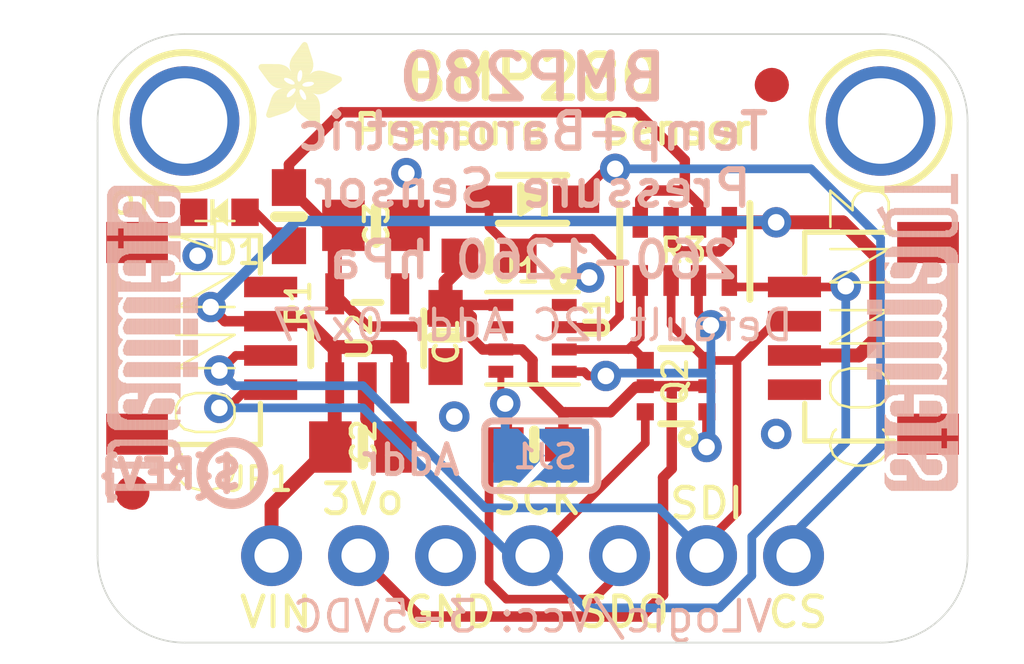
<source format=kicad_pcb>
(kicad_pcb (version 20221018) (generator pcbnew)
  (layers (0 "F.Cu" signal) (31 "B.Cu" signal) (34 "B.Paste" user) (35 "F.Paste" user) (36 "B.SilkS" user "B.Silkscreen") (37 "F.SilkS" user "F.Silkscreen") (38 "B.Mask" user) (39 "F.Mask" user) (44 "Edge.Cuts" user))
  (net 0 "")
  (net 1 "GND")
  (net 2 "3.3V")
  (net 3 "VCC")
  (net 4 "N$1")
  (net 5 "SDI_3V")
  (net 6 "SCK_3V")
  (net 7 "CS_3V")
  (net 8 "SDO/ADR")
  (net 9 "SDI/SDA")
  (net 10 "SCK/SCL")
  (net 11 "CS")
  (footprint "Adafruit BMP280 STEMMA QT:" (layer "F.Cu") (at 138.3411 111.3536)
    (fp_text reference "@HOLE0" hide)
    (fp_text value "" (at 0 0) (layer "F.SilkS") (effects (font (size 1.27 1.27))))
    (pad "" np_thru_hole circle (at 0 0) (size 2.54 2.54) (drill 2.54) (layers "*.Cu" "*.Mask"))
  )
  (footprint "Adafruit BMP280 STEMMA QT:RESPACK_4X0603" (layer "F.Cu") (at 152.9461 102.4636 180)
    (fp_text reference "R3" (at -0.711 0.432) (layer "F.SilkS") (effects (font (size 0.692831 0.692831) (thickness 0.119969)) (justify right top)))
    (fp_text value "10K")
    (pad "1" smd rect (at -1.3 0.85 180) (size 0.45 0.9) (layers "F.Cu" "F.Paste" "F.Mask") (net 3 "VCC"))
    (pad "2" smd rect (at -0.4 0.85 180) (size 0.45 0.9) (layers "F.Cu" "F.Paste" "F.Mask") (net 2 "3.3V"))
    (pad "3" smd rect (at 0.4 0.85 180) (size 0.45 0.9) (layers "F.Cu" "F.Paste" "F.Mask") (net 3 "VCC"))
    (pad "4" smd rect (at 1.3 0.85 180) (size 0.45 0.9) (layers "F.Cu" "F.Paste" "F.Mask") (net 2 "3.3V"))
    (pad "5" smd rect (at 1.3 -0.85 180) (size 0.45 0.9) (layers "F.Cu" "F.Paste" "F.Mask") (net 5 "SDI_3V"))
    (pad "6" smd rect (at 0.4 -0.85 180) (size 0.45 0.9) (layers "F.Cu" "F.Paste" "F.Mask") (net 9 "SDI/SDA"))
    (pad "7" smd rect (at -0.4 -0.85 180) (size 0.45 0.9) (layers "F.Cu" "F.Paste" "F.Mask") (net 6 "SCK_3V"))
    (pad "8" smd rect (at -1.3 -0.85 180) (size 0.45 0.9) (layers "F.Cu" "F.Paste" "F.Mask") (net 10 "SCK/SCL"))
  )
  (footprint "Adafruit BMP280 STEMMA QT:0603-NO" (layer "F.Cu") (at 147.2311 102.5906 180)
    (fp_text reference "R5" hide)
    (fp_text value "10K")
    (pad "1" smd rect (at -0.85 0 180) (size 1.075 1) (layers "F.Cu" "F.Paste" "F.Mask") (net 7 "CS_3V"))
    (pad "2" smd rect (at 0.85 0 180) (size 1.075 1) (layers "F.Cu" "F.Paste" "F.Mask") (net 2 "3.3V"))
  )
  (footprint "Adafruit BMP280 STEMMA QT:SOD-323" (layer "F.Cu") (at 148.5011 100.9396 180)
    (fp_text reference "D2" hide)
    (fp_text value "1N4148")
    (pad "A" smd rect (at 1.27 0 180) (size 1.35 0.8) (layers "F.Cu" "F.Paste" "F.Mask") (net 7 "CS_3V"))
    (pad "C" smd rect (at -1.27 0 180) (size 1.35 0.8) (layers "F.Cu" "F.Paste" "F.Mask") (net 11 "CS"))
  )
  (footprint "Adafruit BMP280 STEMMA QT:0805-NO" (layer "F.Cu") (at 143.9291 101.7016)
    (fp_text reference "C3" (at -0.381 -0.762 90) (layer "F.SilkS") (effects (font (size 0.692831 0.692831) (thickness 0.119969)) (justify right top)))
    (fp_text value "10uF")
    (pad "1" smd rect (at -0.95 0) (size 1.24 1.5) (layers "F.Cu" "F.Paste" "F.Mask") (net 2 "3.3V"))
    (pad "2" smd rect (at 0.95 0) (size 1.24 1.5) (layers "F.Cu" "F.Paste" "F.Mask") (net 1 "GND"))
  )
  (footprint "Adafruit BMP280 STEMMA QT:MOUNTINGHOLE_2.5_PLATED" (layer "F.Cu") (at 158.6611 98.6536)
    (fp_text reference "U$17" hide)
    (fp_text value "MOUNTINGHOLE2.5" hide)
    (pad "P$1" thru_hole circle (at 0 0) (size 3.2 3.2) (drill 2.5) (layers "*.Cu" "*.Mask"))
  )
  (footprint "Adafruit BMP280 STEMMA QT:1X07_ROUND_70" (layer "F.Cu") (at 148.5011 111.3536)
    (fp_text reference "JP1" (at -8.9662 -1.8288) (layer "F.SilkS") (effects (font (size 0.692831 0.692831) (thickness 0.119969)) (justify left bottom)))
    (fp_text value "")
    (pad "1" thru_hole circle (at -7.62 0 90) (size 1.778 1.778) (drill 1) (layers "*.Cu" "*.Mask") (net 3 "VCC"))
    (pad "2" thru_hole circle (at -5.08 0 90) (size 1.778 1.778) (drill 1) (layers "*.Cu" "*.Mask") (net 2 "3.3V"))
    (pad "3" thru_hole circle (at -2.54 0 90) (size 1.778 1.778) (drill 1) (layers "*.Cu" "*.Mask") (net 1 "GND"))
    (pad "4" thru_hole circle (at 0 0 90) (size 1.778 1.778) (drill 1) (layers "*.Cu" "*.Mask") (net 10 "SCK/SCL"))
    (pad "5" thru_hole circle (at 2.54 0 90) (size 1.778 1.778) (drill 1) (layers "*.Cu" "*.Mask") (net 8 "SDO/ADR"))
    (pad "6" thru_hole circle (at 5.08 0 90) (size 1.778 1.778) (drill 1) (layers "*.Cu" "*.Mask") (net 9 "SDI/SDA"))
    (pad "7" thru_hole circle (at 7.62 0 90) (size 1.778 1.778) (drill 1) (layers "*.Cu" "*.Mask") (net 11 "CS"))
  )
  (footprint "Adafruit BMP280 STEMMA QT:JST_SH4" (layer "F.Cu") (at 158.6611 105.0036 90)
    (fp_text reference "CONN3" (at -4.092 0.45 90) (layer "F.SilkS") (effects (font (size 1.703222 1.703222) (thickness 0.074778)) (justify left bottom)))
    (fp_text value "STEMMA_I2C_QT" hide)
    (pad "1" smd rect (at -1.5 -2.514 180) (size 1.55 0.6) (layers "F.Cu" "F.Paste" "F.Mask") (net 1 "GND"))
    (pad "2" smd rect (at -0.5 -2.514 180) (size 1.55 0.6) (layers "F.Cu" "F.Paste" "F.Mask") (net 3 "VCC"))
    (pad "3" smd rect (at 0.5 -2.514 180) (size 1.55 0.6) (layers "F.Cu" "F.Paste" "F.Mask") (net 9 "SDI/SDA"))
    (pad "4" smd rect (at 1.5 -2.514 180) (size 1.55 0.6) (layers "F.Cu" "F.Paste" "F.Mask") (net 10 "SCK/SCL"))
    (pad "MT1" smd rect (at -2.8 1.386 180) (size 1.8 1.2) (layers "F.Cu" "F.Paste" "F.Mask"))
    (pad "MT2" smd rect (at 2.8 1.386 180) (size 1.8 1.2) (layers "F.Cu" "F.Paste" "F.Mask"))
  )
  (footprint "Adafruit BMP280 STEMMA QT:0603-NO" (layer "F.Cu") (at 145.9611 104.9782 -90)
    (fp_text reference "C1" (at -0.635 0.381 90) (layer "F.SilkS") (effects (font (size 0.692831 0.692831) (thickness 0.119969)) (justify right top)))
    (fp_text value "0.1uF")
    (pad "1" smd rect (at -0.85 0 270) (size 1.075 1) (layers "F.Cu" "F.Paste" "F.Mask") (net 2 "3.3V"))
    (pad "2" smd rect (at 0.85 0 270) (size 1.075 1) (layers "F.Cu" "F.Paste" "F.Mask") (net 1 "GND"))
  )
  (footprint "Adafruit BMP280 STEMMA QT:CHIPLED_0603_NOOUTLINE" (layer "F.Cu") (at 139.3571 101.3206 90)
    (fp_text reference "D1" (at -0.762 1.27) (layer "F.SilkS") (effects (font (size 0.692831 0.692831) (thickness 0.119969)) (justify right top)))
    (fp_text value "GREEN")
    (pad "A" smd rect (at 0 0.75 90) (size 0.8 0.8) (layers "F.Cu" "F.Paste" "F.Mask") (net 4 "N$1"))
    (pad "C" smd rect (at 0 -0.75 90) (size 0.8 0.8) (layers "F.Cu" "F.Paste" "F.Mask") (net 1 "GND"))
  )
  (footprint "Adafruit BMP280 STEMMA QT:0603-NO" (layer "F.Cu") (at 148.5519 108.1024)
    (fp_text reference "R4" hide)
    (fp_text value "10K")
    (pad "1" smd rect (at -0.85 0) (size 1.075 1) (layers "F.Cu" "F.Paste" "F.Mask") (net 8 "SDO/ADR"))
    (pad "2" smd rect (at 0.85 0) (size 1.075 1) (layers "F.Cu" "F.Paste" "F.Mask") (net 2 "3.3V"))
  )
  (footprint "Adafruit BMP280 STEMMA QT:SOT23-5" (layer "F.Cu") (at 143.6751 105.0036)
    (fp_text reference "U2" (at -0.635 -0.816 90) (layer "F.SilkS") (effects (font (size 0.692831 0.692831) (thickness 0.119969)) (justify right top)))
    (fp_text value "AP2112K-3.3")
    (pad "1" smd rect (at -0.95 1.3001) (size 0.55 1.2) (layers "F.Cu" "F.Paste" "F.Mask") (net 3 "VCC"))
    (pad "2" smd rect (at 0 1.3001) (size 0.55 1.2) (layers "F.Cu" "F.Paste" "F.Mask") (net 1 "GND"))
    (pad "3" smd rect (at 0.95 1.3001) (size 0.55 1.2) (layers "F.Cu" "F.Paste" "F.Mask") (net 3 "VCC"))
    (pad "4" smd rect (at 0.95 -1.3001) (size 0.55 1.2) (layers "F.Cu" "F.Paste" "F.Mask"))
    (pad "5" smd rect (at -0.95 -1.3001) (size 0.55 1.2) (layers "F.Cu" "F.Paste" "F.Mask") (net 2 "3.3V"))
  )
  (footprint "Adafruit BMP280 STEMMA QT:FIDUCIAL_1MM" (layer "F.Cu") (at 136.8171 109.5121)
    (fp_text reference "FID3" hide)
    (fp_text value "FIDUCIAL_1MM" hide)
    (pad "1" smd roundrect (at 0 0) (size 1 1) (layers "F.Cu" "F.Mask") (roundrect_rratio 0.5))
  )
  (footprint "Adafruit BMP280 STEMMA QT:MOUNTINGHOLE_2.5_PLATED" (layer "F.Cu") (at 138.3411 98.6536)
    (fp_text reference "U$1" hide)
    (fp_text value "MOUNTINGHOLE2.5" hide)
    (pad "P$1" thru_hole circle (at 0 0) (size 3.2 3.2) (drill 2.5) (layers "*.Cu" "*.Mask"))
  )
  (footprint "Adafruit BMP280 STEMMA QT:BMX280_COMBO" (layer "F.Cu") (at 148.5011 105.0036)
    (fp_text reference "U1" (at -1.26 -1.568) (layer "F.SilkS") (effects (font (size 0.692831 0.692831) (thickness 0.119969)) (justify left bottom)))
    (fp_text value "")
    (fp_text user "${REFERENCE}" (at 1.498 -1.39 90) (layer "F.SilkS") (effects (font (size 0.666496 0.666496) (thickness 0.146304)) (justify right top)))
    (pad "1" smd rect (at 0.925 -0.975) (size 0.725 0.35) (layers "F.Cu" "F.Paste" "F.Mask") (net 1 "GND"))
    (pad "2" smd rect (at 0.925 -0.325) (size 0.725 0.35) (layers "F.Cu" "F.Paste" "F.Mask") (net 7 "CS_3V"))
    (pad "3" smd rect (at 0.925 0.325) (size 0.725 0.35) (layers "F.Cu" "F.Paste" "F.Mask") (net 5 "SDI_3V"))
    (pad "4" smd rect (at 0.925 0.975) (size 0.725 0.35) (layers "F.Cu" "F.Paste" "F.Mask") (net 6 "SCK_3V"))
    (pad "5" smd rect (at -0.925 0.975) (size 0.725 0.35) (layers "F.Cu" "F.Paste" "F.Mask") (net 8 "SDO/ADR"))
    (pad "6" smd rect (at -0.925 0.325) (size 0.725 0.35) (layers "F.Cu" "F.Paste" "F.Mask") (net 2 "3.3V"))
    (pad "7" smd rect (at -0.925 -0.325) (size 0.725 0.35) (layers "F.Cu" "F.Paste" "F.Mask") (net 1 "GND"))
    (pad "8" smd rect (at -0.925 -0.975) (size 0.725 0.35) (layers "F.Cu" "F.Paste" "F.Mask") (net 2 "3.3V"))
  )
  (footprint "Adafruit BMP280 STEMMA QT:0603-NO" (layer "F.Cu") (at 141.3891 101.4476 -90)
    (fp_text reference "R1" (at 1.778 0.127 90) (layer "F.SilkS") (effects (font (size 0.692831 0.692831) (thickness 0.119969)) (justify right top)))
    (fp_text value "10K")
    (pad "1" smd rect (at -0.85 0 270) (size 1.075 1) (layers "F.Cu" "F.Paste" "F.Mask") (net 2 "3.3V"))
    (pad "2" smd rect (at 0.85 0 270) (size 1.075 1) (layers "F.Cu" "F.Paste" "F.Mask") (net 4 "N$1"))
  )
  (footprint "Adafruit BMP280 STEMMA QT:0805-NO" (layer "F.Cu") (at 143.5481 108.1786)
    (fp_text reference "C2" (at -0.381 -0.889 90) (layer "F.SilkS") (effects (font (size 0.692831 0.692831) (thickness 0.119969)) (justify right top)))
    (fp_text value "10uF")
    (pad "1" smd rect (at -0.95 0) (size 1.24 1.5) (layers "F.Cu" "F.Paste" "F.Mask") (net 3 "VCC"))
    (pad "2" smd rect (at 0.95 0) (size 1.24 1.5) (layers "F.Cu" "F.Paste" "F.Mask") (net 1 "GND"))
  )
  (footprint "Adafruit BMP280 STEMMA QT:SOT363" (layer "F.Cu") (at 152.6921 106.4006 90)
    (fp_text reference "Q2" (at -0.635 0.381 90) (layer "F.SilkS") (effects (font (size 0.692831 0.692831) (thickness 0.119969)) (justify left bottom)))
    (fp_text value "BSS138")
    (pad "1" smd rect (at -0.75 0.9 90) (size 0.5 0.5) (layers "F.Cu" "F.Paste" "F.Mask") (net 6 "SCK_3V"))
    (pad "2" smd rect (at 0 0.9 90) (size 0.4 0.5) (layers "F.Cu" "F.Paste" "F.Mask") (net 2 "3.3V"))
    (pad "3" smd rect (at 0.75 0.9 90) (size 0.5 0.5) (layers "F.Cu" "F.Paste" "F.Mask") (net 9 "SDI/SDA"))
    (pad "4" smd rect (at 0.75 -0.9 90) (size 0.5 0.5) (layers "F.Cu" "F.Paste" "F.Mask") (net 5 "SDI_3V"))
    (pad "5" smd rect (at 0 -0.9 90) (size 0.4 0.5) (layers "F.Cu" "F.Paste" "F.Mask") (net 2 "3.3V"))
    (pad "6" smd rect (at -0.75 -0.9 90) (size 0.5 0.5) (layers "F.Cu" "F.Paste" "F.Mask") (net 10 "SCK/SCL"))
  )
  (footprint "Adafruit BMP280 STEMMA QT:" (layer "F.Cu") (at 158.6611 111.3536)
    (fp_text reference "@HOLE1" hide)
    (fp_text value "" (at 0 0) (layer "F.SilkS") (effects (font (size 1.27 1.27))))
    (pad "" np_thru_hole circle (at 0 0) (size 2.54 2.54) (drill 2.54) (layers "*.Cu" "*.Mask"))
  )
  (footprint "Adafruit BMP280 STEMMA QT:JST_SH4" (layer "F.Cu") (at 138.3411 105.0036 -90)
    (fp_text reference "CONN4" (at -3.965 0.323 90) (layer "F.SilkS") (effects (font (size 1.703222 1.703222) (thickness 0.074778)) (justify right top)))
    (fp_text value "STEMMA_I2C_QT" hide)
    (pad "1" smd rect (at -1.5 -2.514) (size 1.55 0.6) (layers "F.Cu" "F.Paste" "F.Mask") (net 1 "GND"))
    (pad "2" smd rect (at -0.5 -2.514) (size 1.55 0.6) (layers "F.Cu" "F.Paste" "F.Mask") (net 3 "VCC"))
    (pad "3" smd rect (at 0.5 -2.514) (size 1.55 0.6) (layers "F.Cu" "F.Paste" "F.Mask") (net 9 "SDI/SDA"))
    (pad "4" smd rect (at 1.5 -2.514) (size 1.55 0.6) (layers "F.Cu" "F.Paste" "F.Mask") (net 10 "SCK/SCL"))
    (pad "MT1" smd rect (at -2.8 1.386) (size 1.8 1.2) (layers "F.Cu" "F.Paste" "F.Mask"))
    (pad "MT2" smd rect (at 2.8 1.386) (size 1.8 1.2) (layers "F.Cu" "F.Paste" "F.Mask"))
  )
  (footprint "Adafruit BMP280 STEMMA QT:ADAFRUIT_2.5MM" (layer "F.Cu") (at 140.5001 98.7806)
    (fp_text reference "U$4" hide)
    (fp_text value "" hide)
  )
  (footprint "Adafruit BMP280 STEMMA QT:FIDUCIAL_1MM" (layer "F.Cu") (at 155.4861 97.5995)
    (fp_text reference "FID4" hide)
    (fp_text value "FIDUCIAL_1MM" hide)
    (pad "1" smd roundrect (at 0 0) (size 1 1) (layers "F.Cu" "F.Mask") (roundrect_rratio 0.5))
  )
  (footprint "Adafruit BMP280 STEMMA QT:STEMMAQT" (layer "B.Cu") (at 138.7221 100.5586 -90)
    (fp_text reference "U$31" hide)
    (fp_text value "" hide)
  )
  (footprint "Adafruit BMP280 STEMMA QT:STEMMAQT" (layer "B.Cu") (at 158.2801 109.4486 90)
    (fp_text reference "U$30" hide)
    (fp_text value "" hide)
  )
  (footprint "Adafruit BMP280 STEMMA QT:PCBFEAT-REV-040" (layer "B.Cu") (at 139.7381 108.9406 180)
    (fp_text reference "U$25" hide)
    (fp_text value "" hide)
    (fp_text user "${REV}" (at -0.3556 -0.508) (layer "B.SilkS") (effects (font (size 0.8128 0.8128) (thickness 0.2032)) (justify left bottom mirror)))
  )
  (footprint "Adafruit BMP280 STEMMA QT:SOLDERJUMPER_ARROW_NOPASTE" (layer "B.Cu") (at 148.7551 108.4326)
    (fp_text reference "SJ1" (at -0.889 -0.381) (layer "B.SilkS") (effects (font (size 0.692831 0.692831) (thickness 0.119969)) (justify right top mirror)))
    (fp_text value "")
    (fp_poly (pts (xy 0.106121 -0.002663) (xy -0.679416 -0.7882) (xy -1.3946 -0.7882) (xy -1.3946 0.7882) (xy -0.62715 0.7882)) (fill solid) (layer "B.Cu"))
    (fp_poly (pts (xy 1.3946 -0.7882) (xy -0.315893 -0.7882) (xy 0.443148 0) (xy -0.315893 0.7882) (xy 1.3946 0.7882)) (fill solid) (layer "B.Cu"))
    (pad "1" smd roundrect (at -1.016 0) (size 0.762 1.524) (layers "B.Cu") (net 8 "SDO/ADR"))
    (pad "2" smd roundrect (at 1.016 0) (size 0.762 1.524) (layers "B.Cu") (net 1 "GND"))
  )
  (gr_arc (start 161.2011 111.3536) (mid 160.457151 113.149651) (end 158.6611 113.8936) (stroke (width 0.05)) (layer "Edge.Cuts"))
  (gr_arc (start 138.3411 113.8936) (mid 136.545049 113.149651) (end 135.8011 111.3536) (stroke (width 0.05)) (layer "Edge.Cuts"))
  (gr_line (start 135.8011 98.6536) (end 135.8011 111.3536) (stroke (width 0.05)) (layer "Edge.Cuts"))
  (gr_line (start 158.6611 96.1136) (end 138.3411 96.1136) (stroke (width 0.05)) (layer "Edge.Cuts"))
  (gr_line (start 161.2011 111.3536) (end 161.2011 98.6536) (stroke (width 0.05)) (layer "Edge.Cuts"))
  (gr_arc (start 135.8011 98.6536) (mid 136.545049 96.857549) (end 138.3411 96.1136) (stroke (width 0.05)) (layer "Edge.Cuts"))
  (gr_arc (start 158.6611 96.1136) (mid 160.457151 96.857549) (end 161.2011 98.6536) (stroke (width 0.05)) (layer "Edge.Cuts"))
  (gr_line (start 138.3411 113.8936) (end 158.6611 113.8936) (stroke (width 0.05)) (layer "Edge.Cuts"))
  (gr_text "Temp+Barometric\nPressure Sensor" (at 148.5011 99.7966) (layer "B.SilkS") (effects (font (size 1.03632 1.03632) (thickness 0.18288)) (justify mirror)))
  (gr_text "BMP280" (at 148.5011 97.3836) (layer "B.SilkS") (effects (font (size 1.2954 1.2954) (thickness 0.2286)) (justify mirror)))
  (gr_text "VLogic/Vcc: 3-5VDC" (at 148.5011 113.1316) (layer "B.SilkS") (effects (font (size 0.89408 0.89408) (thickness 0.12192)) (justify mirror)))
  (gr_text "Addr" (at 144.9451 108.5596) (layer "B.SilkS") (effects (font (size 0.8636 0.8636) (thickness 0.1524)) (justify mirror)))
  (gr_text "260-1260 hPa" (at 148.5011 102.7176) (layer "B.SilkS") (effects (font (size 1.03632 1.03632) (thickness 0.18288)) (justify mirror)))
  (gr_text "Default I2C Addr 0x77" (at 148.5011 104.6226) (layer "B.SilkS") (effects (font (size 0.89408 0.89408) (thickness 0.12192)) (justify mirror)))
  (gr_text "SDI" (at 153.5811 109.8296) (layer "F.SilkS") (effects (font (size 0.87376 0.87376) (thickness 0.14224))))
  (gr_text "on" (at 136.0551 101.4476) (layer "F.SilkS") (effects (font (size 0.89408 0.89408) (thickness 0.12192)) (justify left bottom)))
  (gr_text "CS" (at 156.2481 113.0046) (layer "F.SilkS") (effects (font (size 0.87376 0.87376) (thickness 0.14224))))
  (gr_text "GND" (at 146.0881 113.0046) (layer "F.SilkS") (effects (font (size 0.87376 0.87376) (thickness 0.14224))))
  (gr_text "VIN" (at 141.0081 113.0046) (layer "F.SilkS") (effects (font (size 0.87376 0.87376) (thickness 0.14224))))
  (gr_text "SCK" (at 148.6281 109.7026) (layer "F.SilkS") (effects (font (size 0.87376 0.87376) (thickness 0.14224))))
  (gr_text "3Vo" (at 143.5481 109.7026) (layer "F.SilkS") (effects (font (size 0.87376 0.87376) (thickness 0.14224))))
  (gr_text "SDO" (at 151.1681 113.0046) (layer "F.SilkS") (effects (font (size 0.87376 0.87376) (thickness 0.14224))))
  (gr_text "BMP280" (at 148.5011 97.3836) (layer "F.SilkS") (effects (font (size 1.25222 1.25222) (thickness 0.22098))))
  (gr_text "Sensor" (at 152.6921 98.9076) (layer "F.SilkS") (effects (font (size 0.8636 0.8636) (thickness 0.1524))))
  (gr_text "Pressure" (at 146.0881 98.9076) (layer "F.SilkS") (effects (font (size 0.8636 0.8636) (thickness 0.1524))))
  (segment (start 143.6751 107.3556) (end 144.4981 108.1786) (width 0.4064) (layer "F.Cu") (net 1))
  (segment (start 143.6751 106.3037) (end 143.6751 107.3556) (width 0.4064) (layer "F.Cu") (net 1))
  (via (at 146.2151 107.2896) (size 0.889) (drill 0.4826) (layers "F.Cu" "B.Cu") (net 1))
  (via (at 144.8181 100.1776) (size 0.889) (drill 0.4826) (layers "F.Cu" "B.Cu") (net 1))
  (via (at 138.7221 102.5906) (size 0.889) (drill 0.4826) (layers "F.Cu" "B.Cu") (net 1))
  (via (at 150.1521 103.2256) (size 0.889) (drill 0.4826) (layers "F.Cu" "B.Cu") (net 1))
  (via (at 155.6131 107.7976) (size 0.889) (drill 0.4826) (layers "F.Cu" "B.Cu") (net 1))
  (segment (start 147.0481 105.3286) (end 147.5761 105.3286) (width 0.3048) (layer "F.Cu") (net 2))
  (segment (start 142.9131 98.3996) (end 151.5491 98.3996) (width 0.3048) (layer "F.Cu") (net 2))
  (segment (start 151.7921 106.4006) (end 152.5651 106.4006) (width 0.3048) (layer "F.Cu") (net 2))
  (segment (start 148.5011 105.6386) (end 148.5011 106.3126) (width 0.3048) (layer "F.Cu") (net 2))
  (segment (start 151.7747 106.418) (end 151.521806 106.418) (width 0.3048) (layer "F.Cu") (net 2))
  (segment (start 152.5651 108.8136) (end 152.5651 106.4006) (width 0.3048) (layer "F.Cu") (net 2))
  (segment (start 149.4019 108.1024) (end 149.4019 107.2134) (width 0.3048) (layer "F.Cu") (net 2))
  (segment (start 147.5761 104.0286) (end 146.0607 104.0286) (width 0.3048) (layer "F.Cu") (net 2))
  (segment (start 146.3811 102.9326) (end 146.3811 102.5906) (width 0.4064) (layer "F.Cu") (net 2))
  (segment (start 151.521806 106.418) (end 150.777206 107.1626) (width 0.3048) (layer "F.Cu") (net 2))
  (segment (start 149.4527 107.1626) (end 150.777206 107.1626) (width 0.3048) (layer "F.Cu") (net 2))
  (segment (start 142.4931 101.7016) (end 142.9791 101.7016) (width 0.3048) (layer "F.Cu") (net 2))
  (segment (start 146.4827 104.1282) (end 145.9611 104.1282) (width 0.3048) (layer "F.Cu") (net 2))
  (segment (start 153.3461 101.0856) (end 152.9461 100.6856) (width 0.3048) (layer "F.Cu") (net 2))
  (segment (start 152.3111 109.0676) (end 152.5651 108.8136) (width 0.3048) (layer "F.Cu") (net 2))
  (segment (start 146.7231 104.3686) (end 146.4827 104.1282) (width 0.3048) (layer "F.Cu") (net 2))
  (segment (start 145.7071 104.1282) (end 145.1762 104.6591) (width 0.3048) (layer "F.Cu") (net 2))
  (segment (start 152.3111 112.4966) (end 152.3111 109.0676) (width 0.3048) (layer "F.Cu") (net 2))
  (segment (start 152.9461 99.7966) (end 152.9461 100.6856) (width 0.3048) (layer "F.Cu") (net 2))
  (segment (start 152.5651 106.4006) (end 153.5921 106.4006) (width 0.3048) (layer "F.Cu") (net 2))
  (segment (start 146.7231 105.0036) (end 147.0481 105.3286) (width 0.3048) (layer "F.Cu") (net 2))
  (segment (start 149.4019 107.2134) (end 148.5011 106.3126) (width 0.3048) (layer "F.Cu") (net 2))
  (segment (start 151.5491 98.3996) (end 152.9461 99.7966) (width 0.3048) (layer "F.Cu") (net 2))
  (segment (start 142.7251 101.9556) (end 142.9791 101.7016) (width 0.4064) (layer "F.Cu") (net 2))
  (segment (start 145.7071 104.1282) (end 145.9611 104.1282) (width 0.3048) (layer "F.Cu") (net 2))
  (segment (start 151.6761 113.1316) (end 152.3111 112.4966) (width 0.3048) (layer "F.Cu") (net 2))
  (segment (start 143.6807 104.6591) (end 145.1762 104.6591) (width 0.3048) (layer "F.Cu") (net 2))
  (segment (start 145.9611 104.1282) (end 145.9611 103.3526) (width 0.4064) (layer "F.Cu") (net 2))
  (segment (start 141.3891 99.9236) (end 142.9131 98.3996) (width 0.3048) (layer "F.Cu") (net 2))
  (segment (start 146.0607 104.0286) (end 145.9611 104.1282) (width 0.3048) (layer "F.Cu") (net 2))
  (segment (start 142.7251 103.7035) (end 143.6807 104.6591) (width 0.3048) (layer "F.Cu") (net 2))
  (segment (start 143.4211 111.3536) (end 145.1991 113.1316) (width 0.3048) (layer "F.Cu") (net 2))
  (segment (start 145.9611 103.3526) (end 146.3811 102.9326) (width 0.4064) (layer "F.Cu") (net 2))
  (segment (start 141.3891 100.5976) (end 141.3891 99.9236) (width 0.3048) (layer "F.Cu") (net 2))
  (segment (start 141.3891 100.5976) (end 142.4931 101.7016) (width 0.3048) (layer "F.Cu") (net 2))
  (segment (start 151.9301 100.6856) (end 151.6461 100.9696) (width 0.3048) (layer "F.Cu") (net 2))
  (segment (start 142.7251 103.7035) (end 142.7251 101.9556) (width 0.4064) (layer "F.Cu") (net 2))
  (segment (start 153.3461 101.6136) (end 153.3461 101.0856) (width 0.3048) (layer "F.Cu") (net 2))
  (segment (start 149.4019 107.2134) (end 149.4527 107.1626) (width 0.3048) (layer "F.Cu") (net 2))
  (segment (start 152.9461 100.6856) (end 151.9301 100.6856) (width 0.3048) (layer "F.Cu") (net 2))
  (segment (start 146.7231 105.0036) (end 146.7231 104.3686) (width 0.3048) (layer "F.Cu") (net 2))
  (segment (start 145.1991 113.1316) (end 151.6761 113.1316) (width 0.3048) (layer "F.Cu") (net 2))
  (segment (start 148.1911 105.3286) (end 147.5761 105.3286) (width 0.3048) (layer "F.Cu") (net 2))
  (segment (start 151.7921 106.4006) (end 151.7747 106.418) (width 0.3048) (layer "F.Cu") (net 2))
  (segment (start 148.5011 105.6386) (end 148.1911 105.3286) (width 0.3048) (layer "F.Cu") (net 2))
  (segment (start 151.6461 100.9696) (end 151.6461 101.6136) (width 0.3048) (layer "F.Cu") (net 2))
  (segment (start 157.5571 101.6136) (end 158.5341 102.5906) (width 0.4064) (layer "F.Cu") (net 3))
  (segment (start 141.9101 104.5036) (end 142.7251 105.3186) (width 0.4064) (layer "F.Cu") (net 3))
  (segment (start 154.2461 101.6136) (end 155.6131 101.6136) (width 0.4064) (layer "F.Cu") (net 3))
  (segment (start 144.6251 105.4456) (end 144.4371 105.2576) (width 0.4064) (layer "F.Cu") (net 3))
  (segment (start 144.6251 106.3037) (end 144.6251 105.4456) (width 0.4064) (layer "F.Cu") (net 3))
  (segment (start 158.0341 105.5036) (end 156.1471 105.5036) (width 0.4064) (layer "F.Cu") (net 3))
  (segment (start 153.9621 102.4636) (end 154.2461 102.1796) (width 0.3048) (layer "F.Cu") (net 3))
  (segment (start 140.8551 104.5036) (end 141.9101 104.5036) (width 0.4064) (layer "F.Cu") (net 3))
  (segment (start 142.7251 108.0516) (end 142.5981 108.1786) (width 0.4064) (layer "F.Cu") (net 3))
  (segment (start 140.8811 111.3536) (end 140.8811 109.8956) (width 0.4064) (layer "F.Cu") (net 3))
  (segment (start 152.5461 102.1906) (end 152.8191 102.4636) (width 0.3048) (layer "F.Cu") (net 3))
  (segment (start 142.7861 105.2576) (end 142.7251 105.3186) (width 0.4064) (layer "F.Cu") (net 3))
  (segment (start 142.7251 105.3186) (end 142.7251 106.3037) (width 0.4064) (layer "F.Cu") (net 3))
  (segment (start 155.6131 101.6136) (end 157.5571 101.6136) (width 0.4064) (layer "F.Cu") (net 3))
  (segment (start 140.8551 104.5036) (end 139.5175 104.5036) (width 0.3048) (layer "F.Cu") (net 3))
  (segment (start 152.8191 102.4636) (end 153.9621 102.4636) (width 0.3048) (layer "F.Cu") (net 3))
  (segment (start 144.4371 105.2576) (end 142.7861 105.2576) (width 0.4064) (layer "F.Cu") (net 3))
  (segment (start 139.5175 104.5036) (end 139.1031 104.0892) (width 0.3048) (layer "F.Cu") (net 3))
  (segment (start 140.8811 109.8956) (end 142.5981 108.1786) (width 0.4064) (layer "F.Cu") (net 3))
  (segment (start 158.5341 102.5906) (end 158.5341 105.0036) (width 0.4064) (layer "F.Cu") (net 3))
  (segment (start 158.5341 105.0036) (end 158.0341 105.5036) (width 0.4064) (layer "F.Cu") (net 3))
  (segment (start 154.2461 102.1796) (end 154.2461 101.6136) (width 0.3048) (layer "F.Cu") (net 3))
  (segment (start 142.7251 106.3037) (end 142.7251 108.0516) (width 0.4064) (layer "F.Cu") (net 3))
  (segment (start 152.5461 101.6136) (end 152.5461 102.1906) (width 0.3048) (layer "F.Cu") (net 3))
  (via (at 155.6131 101.6136) (size 0.889) (drill 0.4826) (layers "F.Cu" "B.Cu") (net 3))
  (via (at 139.1031 104.0892) (size 0.889) (drill 0.4826) (layers "F.Cu" "B.Cu") (net 3))
  (segment (start 141.6177 101.5746) (end 155.6131 101.5746) (width 0.3048) (layer "B.Cu") (net 3))
  (segment (start 139.1031 104.0892) (end 141.6177 101.5746) (width 0.3048) (layer "B.Cu") (net 3))
  (segment (start 155.6131 101.5746) (end 155.6131 101.6136) (width 0.3048) (layer "B.Cu") (net 3))
  (segment (start 140.1071 101.3206) (end 140.4121 101.3206) (width 0.254) (layer "F.Cu") (net 4))
  (segment (start 140.4121 101.3206) (end 141.3891 102.2976) (width 0.254) (layer "F.Cu") (net 4))
  (segment (start 151.2951 105.3286) (end 151.4701 105.3286) (width 0.254) (layer "F.Cu") (net 5))
  (segment (start 151.4701 105.3286) (end 151.7921 105.6506) (width 0.254) (layer "F.Cu") (net 5))
  (segment (start 149.4261 105.3286) (end 151.2951 105.3286) (width 0.254) (layer "F.Cu") (net 5))
  (segment (start 151.6461 104.9776) (end 151.2951 105.3286) (width 0.254) (layer "F.Cu") (net 5))
  (segment (start 151.6461 103.3136) (end 151.6461 104.9776) (width 0.254) (layer "F.Cu") (net 5))
  (segment (start 150.1324 106.1033) (end 150.6404 106.1033) (width 0.254) (layer "F.Cu") (net 6))
  (segment (start 149.4261 105.9786) (end 150.0077 105.9786) (width 0.254) (layer "F.Cu") (net 6))
  (segment (start 153.3461 104.2606) (end 153.7081 104.6226) (width 0.254) (layer "F.Cu") (net 6))
  (segment (start 150.0077 105.9786) (end 150.1324 106.1033) (width 0.254) (layer "F.Cu") (net 6))
  (segment (start 153.3461 103.3136) (end 153.3461 104.2606) (width 0.254) (layer "F.Cu") (net 6))
  (segment (start 153.5811 108.1786) (end 153.5811 107.1616) (width 0.254) (layer "F.Cu") (net 6))
  (segment (start 153.5811 107.1616) (end 153.5921 107.1506) (width 0.254) (layer "F.Cu") (net 6))
  (via (at 153.7081 104.6226) (size 0.889) (drill 0.4826) (layers "F.Cu" "B.Cu") (net 6))
  (via (at 150.6404 106.1033) (size 0.889) (drill 0.4826) (layers "F.Cu" "B.Cu") (net 6))
  (via (at 153.5811 108.1786) (size 0.889) (drill 0.4826) (layers "F.Cu" "B.Cu") (net 6))
  (segment (start 153.7081 104.6226) (end 153.7081 106.0196) (width 0.254) (layer "B.Cu") (net 6))
  (segment (start 153.7081 106.0196) (end 153.7081 108.0516) (width 0.254) (layer "B.Cu") (net 6))
  (segment (start 150.7241 106.0196) (end 153.7081 106.0196) (width 0.254) (layer "B.Cu") (net 6))
  (segment (start 153.7081 108.0516) (end 153.5811 108.1786) (width 0.254) (layer "B.Cu") (net 6))
  (segment (start 150.6404 106.1033) (end 150.7241 106.0196) (width 0.254) (layer "B.Cu") (net 6))
  (segment (start 150.7311 104.6786) (end 149.4261 104.6786) (width 0.254) (layer "F.Cu") (net 7))
  (segment (start 150.2401 102.0826) (end 148.5891 102.0826) (width 0.254) (layer "F.Cu") (net 7))
  (segment (start 151.0411 104.3686) (end 150.7311 104.6786) (width 0.254) (layer "F.Cu") (net 7))
  (segment (start 148.5891 102.0826) (end 148.0811 102.5906) (width 0.254) (layer "F.Cu") (net 7))
  (segment (start 148.0811 102.5906) (end 147.2311 101.7406) (width 0.254) (layer "F.Cu") (net 7))
  (segment (start 147.2311 100.9396) (end 147.2311 101.7406) (width 0.254) (layer "F.Cu") (net 7))
  (segment (start 151.0411 102.8836) (end 150.2401 102.0826) (width 0.254) (layer "F.Cu") (net 7))
  (segment (start 151.0411 104.3686) (end 151.0411 102.8836) (width 0.254) (layer "F.Cu") (net 7))
  (segment (start 147.2311 112.1156) (end 147.7391 112.6236) (width 0.254) (layer "F.Cu") (net 8))
  (segment (start 147.7761 106.9086) (end 147.7761 108.0282) (width 0.254) (layer "F.Cu") (net 8))
  (segment (start 147.7761 106.9086) (end 147.701 106.9086) (width 0.254) (layer "F.Cu") (net 8))
  (segment (start 147.7761 108.0282) (end 147.7019 108.1024) (width 0.254) (layer "F.Cu") (net 8))
  (segment (start 147.2311 108.5732) (end 147.2311 112.1156) (width 0.254) (layer "F.Cu") (net 8))
  (segment (start 147.5761 106.7086) (end 147.7761 106.9086) (width 0.2032) (layer "F.Cu") (net 8))
  (segment (start 147.7019 108.1024) (end 147.2311 108.5732) (width 0.254) (layer "F.Cu") (net 8))
  (segment (start 150.2791 112.6236) (end 151.0411 111.8616) (width 0.254) (layer "F.Cu") (net 8))
  (segment (start 147.701 106.9086) (end 147.7011 106.9085) (width 0.254) (layer "F.Cu") (net 8))
  (segment (start 151.0411 111.8616) (end 151.0411 111.3536) (width 0.254) (layer "F.Cu") (net 8))
  (segment (start 147.5761 105.9786) (end 147.5761 106.7086) (width 0.2032) (layer "F.Cu") (net 8))
  (segment (start 147.7391 112.6236) (end 150.2791 112.6236) (width 0.254) (layer "F.Cu") (net 8))
  (via (at 147.701 106.9086) (size 0.889) (drill 0.4826) (layers "F.Cu" "B.Cu") (net 8))
  (segment (start 147.701 106.9086) (end 147.701 108.3945) (width 0.254) (layer "B.Cu") (net 8))
  (segment (start 147.701 108.3945) (end 147.7391 108.4326) (width 0.254) (layer "B.Cu") (net 8))
  (segment (start 152.5461 103.3136) (end 152.5461 104.6046) (width 0.254) (layer "F.Cu") (net 9))
  (segment (start 154.4581 105.6506) (end 153.5921 105.6506) (width 0.254) (layer "F.Cu") (net 9))
  (segment (start 154.4701 105.6626) (end 154.4581 105.6506) (width 0.254) (layer "F.Cu") (net 9))
  (segment (start 153.5811 111.3536) (end 153.5811 110.9726) (width 0.254) (layer "F.Cu") (net 9))
  (segment (start 156.1471 104.5036) (end 155.6051 104.5036) (width 0.254) (layer "F.Cu") (net 9))
  (segment (start 153.5811 110.9726) (end 154.4701 110.0836) (width 0.254) (layer "F.Cu") (net 9))
  (segment (start 152.5461 104.6046) (end 153.5921 105.6506) (width 0.254) (layer "F.Cu") (net 9))
  (segment (start 154.4701 110.0836) (end 154.4701 105.6626) (width 0.254) (layer "F.Cu") (net 9))
  (segment (start 140.8551 105.5036) (end 139.8391 105.5036) (width 0.254) (layer "F.Cu") (net 9))
  (segment (start 139.8391 105.5036) (end 139.3993 105.9434) (width 0.254) (layer "F.Cu") (net 9))
  (segment (start 155.6051 104.5036) (end 154.4581 105.6506) (width 0.254) (layer "F.Cu") (net 9))
  (segment (start 139.3993 105.9434) (end 139.3571 105.9434) (width 0.254) (layer "F.Cu") (net 9))
  (via (at 139.3571 105.9434) (size 0.889) (drill 0.4826) (layers "F.Cu" "B.Cu") (net 9))
  (segment (start 143.546981 106.3879) (end 147.115681 109.9566) (width 0.254) (layer "B.Cu") (net 9))
  (segment (start 139.3571 105.9434) (end 139.8016 106.3879) (width 0.254) (layer "B.Cu") (net 9))
  (segment (start 143.546981 106.3879) (end 139.8016 106.3879) (width 0.254) (layer "B.Cu") (net 9))
  (segment (start 152.1841 109.9566) (end 153.5811 111.3536) (width 0.254) (layer "B.Cu") (net 9))
  (segment (start 147.115681 109.9566) (end 152.1841 109.9566) (width 0.254) (layer "B.Cu") (net 9))
  (segment (start 154.4361 103.5036) (end 154.2461 103.3136) (width 0.254) (layer "F.Cu") (net 10))
  (segment (start 156.1471 103.5036) (end 154.4361 103.5036) (width 0.254) (layer "F.Cu") (net 10))
  (segment (start 139.6111 107.0356) (end 139.3571 107.0356) (width 0.254) (layer "F.Cu") (net 10))
  (segment (start 140.1431 106.5036) (end 139.6111 107.0356) (width 0.254) (layer "F.Cu") (net 10))
  (segment (start 156.1471 103.5036) (end 157.6211 103.5036) (width 0.254) (layer "F.Cu") (net 10))
  (segment (start 157.6211 103.5036) (end 157.6451 103.4796) (width 0.254) (layer "F.Cu") (net 10))
  (segment (start 151.7921 107.1506) (end 151.7921 108.0626) (width 0.254) (layer "F.Cu") (net 10))
  (segment (start 140.8551 106.5036) (end 140.1431 106.5036) (width 0.254) (layer "F.Cu") (net 10))
  (segment (start 151.7921 108.0626) (end 148.5011 111.3536) (width 0.254) (layer "F.Cu") (net 10))
  (via (at 157.6451 103.4796) (size 0.889) (drill 0.4826) (layers "F.Cu" "B.Cu") (net 10))
  (via (at 139.3571 107.0356) (size 0.889) (drill 0.4826) (layers "F.Cu" "B.Cu") (net 10))
  (segment (start 147.8661 111.3536) (end 148.5011 111.3536) (width 0.254) (layer "B.Cu") (net 10))
  (segment (start 154.9019 110.7948) (end 157.6451 108.0516) (width 0.254) (layer "B.Cu") (net 10))
  (segment (start 148.5011 111.3536) (end 150.0251 112.8776) (width 0.254) (layer "B.Cu") (net 10))
  (segment (start 150.0251 112.8776) (end 153.9621 112.8776) (width 0.254) (layer "B.Cu") (net 10))
  (segment (start 147.8661 111.3536) (end 143.5481 107.0356) (width 0.254) (layer "B.Cu") (net 10))
  (segment (start 139.3571 107.0356) (end 143.5481 107.0356) (width 0.254) (layer "B.Cu") (net 10))
  (segment (start 157.6451 103.4796) (end 157.6451 108.0516) (width 0.254) (layer "B.Cu") (net 10))
  (segment (start 153.9621 112.8776) (end 154.9019 111.9378) (width 0.254) (layer "B.Cu") (net 10))
  (segment (start 154.9019 111.9378) (end 154.9019 110.7948) (width 0.254) (layer "B.Cu") (net 10))
  (segment (start 149.7711 100.9396) (end 150.6601 100.0506) (width 0.254) (layer "F.Cu") (net 11))
  (segment (start 150.6601 100.0506) (end 150.9141 100.0506) (width 0.254) (layer "F.Cu") (net 11))
  (via (at 150.9141 100.0506) (size 0.889) (drill 0.4826) (layers "F.Cu" "B.Cu") (net 11))
  (segment (start 158.6611 108.1786) (end 156.1211 110.7186) (width 0.254) (layer "B.Cu") (net 11))
  (segment (start 156.6291 100.0506) (end 158.6611 102.0826) (width 0.254) (layer "B.Cu") (net 11))
  (segment (start 158.6611 102.0826) (end 158.6611 108.1786) (width 0.254) (layer "B.Cu") (net 11))
  (segment (start 150.9141 100.0506) (end 156.6291 100.0506) (width 0.254) (layer "B.Cu") (net 11))
  (segment (start 156.1211 110.7186) (end 156.1211 111.3536) (width 0.254) (layer "B.Cu") (net 11))
)
</source>
